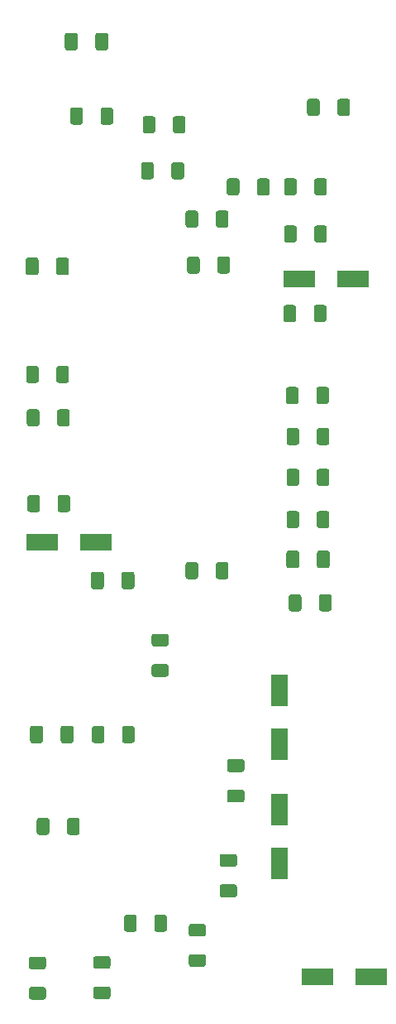
<source format=gbr>
%TF.GenerationSoftware,KiCad,Pcbnew,(5.1.9)-1*%
%TF.CreationDate,2021-08-15T07:19:13+01:00*%
%TF.ProjectId,8x8_Kick_Drum,3878385f-4b69-4636-9b5f-4472756d2e6b,rev?*%
%TF.SameCoordinates,Original*%
%TF.FileFunction,Paste,Top*%
%TF.FilePolarity,Positive*%
%FSLAX46Y46*%
G04 Gerber Fmt 4.6, Leading zero omitted, Abs format (unit mm)*
G04 Created by KiCad (PCBNEW (5.1.9)-1) date 2021-08-15 07:19:13*
%MOMM*%
%LPD*%
G01*
G04 APERTURE LIST*
%ADD10R,3.300000X1.700000*%
%ADD11R,1.700000X3.300000*%
G04 APERTURE END LIST*
%TO.C,R26*%
G36*
G01*
X135138000Y-163053000D02*
X136388000Y-163053000D01*
G75*
G02*
X136638000Y-163303000I0J-250000D01*
G01*
X136638000Y-164103000D01*
G75*
G02*
X136388000Y-164353000I-250000J0D01*
G01*
X135138000Y-164353000D01*
G75*
G02*
X134888000Y-164103000I0J250000D01*
G01*
X134888000Y-163303000D01*
G75*
G02*
X135138000Y-163053000I250000J0D01*
G01*
G37*
G36*
G01*
X135138000Y-159953000D02*
X136388000Y-159953000D01*
G75*
G02*
X136638000Y-160203000I0J-250000D01*
G01*
X136638000Y-161003000D01*
G75*
G02*
X136388000Y-161253000I-250000J0D01*
G01*
X135138000Y-161253000D01*
G75*
G02*
X134888000Y-161003000I0J250000D01*
G01*
X134888000Y-160203000D01*
G75*
G02*
X135138000Y-159953000I250000J0D01*
G01*
G37*
%TD*%
%TO.C,R25*%
G36*
G01*
X144917000Y-159751000D02*
X146167000Y-159751000D01*
G75*
G02*
X146417000Y-160001000I0J-250000D01*
G01*
X146417000Y-160801000D01*
G75*
G02*
X146167000Y-161051000I-250000J0D01*
G01*
X144917000Y-161051000D01*
G75*
G02*
X144667000Y-160801000I0J250000D01*
G01*
X144667000Y-160001000D01*
G75*
G02*
X144917000Y-159751000I250000J0D01*
G01*
G37*
G36*
G01*
X144917000Y-156651000D02*
X146167000Y-156651000D01*
G75*
G02*
X146417000Y-156901000I0J-250000D01*
G01*
X146417000Y-157701000D01*
G75*
G02*
X146167000Y-157951000I-250000J0D01*
G01*
X144917000Y-157951000D01*
G75*
G02*
X144667000Y-157701000I0J250000D01*
G01*
X144667000Y-156901000D01*
G75*
G02*
X144917000Y-156651000I250000J0D01*
G01*
G37*
%TD*%
%TO.C,R24*%
G36*
G01*
X128534000Y-163105000D02*
X129784000Y-163105000D01*
G75*
G02*
X130034000Y-163355000I0J-250000D01*
G01*
X130034000Y-164155000D01*
G75*
G02*
X129784000Y-164405000I-250000J0D01*
G01*
X128534000Y-164405000D01*
G75*
G02*
X128284000Y-164155000I0J250000D01*
G01*
X128284000Y-163355000D01*
G75*
G02*
X128534000Y-163105000I250000J0D01*
G01*
G37*
G36*
G01*
X128534000Y-160005000D02*
X129784000Y-160005000D01*
G75*
G02*
X130034000Y-160255000I0J-250000D01*
G01*
X130034000Y-161055000D01*
G75*
G02*
X129784000Y-161305000I-250000J0D01*
G01*
X128534000Y-161305000D01*
G75*
G02*
X128284000Y-161055000I0J250000D01*
G01*
X128284000Y-160255000D01*
G75*
G02*
X128534000Y-160005000I250000J0D01*
G01*
G37*
%TD*%
%TO.C,R23*%
G36*
G01*
X139334000Y-155966000D02*
X139334000Y-157216000D01*
G75*
G02*
X139084000Y-157466000I-250000J0D01*
G01*
X138284000Y-157466000D01*
G75*
G02*
X138034000Y-157216000I0J250000D01*
G01*
X138034000Y-155966000D01*
G75*
G02*
X138284000Y-155716000I250000J0D01*
G01*
X139084000Y-155716000D01*
G75*
G02*
X139334000Y-155966000I0J-250000D01*
G01*
G37*
G36*
G01*
X142434000Y-155966000D02*
X142434000Y-157216000D01*
G75*
G02*
X142184000Y-157466000I-250000J0D01*
G01*
X141384000Y-157466000D01*
G75*
G02*
X141134000Y-157216000I0J250000D01*
G01*
X141134000Y-155966000D01*
G75*
G02*
X141384000Y-155716000I250000J0D01*
G01*
X142184000Y-155716000D01*
G75*
G02*
X142434000Y-155966000I0J-250000D01*
G01*
G37*
%TD*%
%TO.C,R22*%
G36*
G01*
X132192000Y-147310000D02*
X132192000Y-146060000D01*
G75*
G02*
X132442000Y-145810000I250000J0D01*
G01*
X133242000Y-145810000D01*
G75*
G02*
X133492000Y-146060000I0J-250000D01*
G01*
X133492000Y-147310000D01*
G75*
G02*
X133242000Y-147560000I-250000J0D01*
G01*
X132442000Y-147560000D01*
G75*
G02*
X132192000Y-147310000I0J250000D01*
G01*
G37*
G36*
G01*
X129092000Y-147310000D02*
X129092000Y-146060000D01*
G75*
G02*
X129342000Y-145810000I250000J0D01*
G01*
X130142000Y-145810000D01*
G75*
G02*
X130392000Y-146060000I0J-250000D01*
G01*
X130392000Y-147310000D01*
G75*
G02*
X130142000Y-147560000I-250000J0D01*
G01*
X129342000Y-147560000D01*
G75*
G02*
X129092000Y-147310000I0J250000D01*
G01*
G37*
%TD*%
%TO.C,R21*%
G36*
G01*
X142357000Y-128285000D02*
X141107000Y-128285000D01*
G75*
G02*
X140857000Y-128035000I0J250000D01*
G01*
X140857000Y-127235000D01*
G75*
G02*
X141107000Y-126985000I250000J0D01*
G01*
X142357000Y-126985000D01*
G75*
G02*
X142607000Y-127235000I0J-250000D01*
G01*
X142607000Y-128035000D01*
G75*
G02*
X142357000Y-128285000I-250000J0D01*
G01*
G37*
G36*
G01*
X142357000Y-131385000D02*
X141107000Y-131385000D01*
G75*
G02*
X140857000Y-131135000I0J250000D01*
G01*
X140857000Y-130335000D01*
G75*
G02*
X141107000Y-130085000I250000J0D01*
G01*
X142357000Y-130085000D01*
G75*
G02*
X142607000Y-130335000I0J-250000D01*
G01*
X142607000Y-131135000D01*
G75*
G02*
X142357000Y-131385000I-250000J0D01*
G01*
G37*
%TD*%
%TO.C,R20*%
G36*
G01*
X136032000Y-136662000D02*
X136032000Y-137912000D01*
G75*
G02*
X135782000Y-138162000I-250000J0D01*
G01*
X134982000Y-138162000D01*
G75*
G02*
X134732000Y-137912000I0J250000D01*
G01*
X134732000Y-136662000D01*
G75*
G02*
X134982000Y-136412000I250000J0D01*
G01*
X135782000Y-136412000D01*
G75*
G02*
X136032000Y-136662000I0J-250000D01*
G01*
G37*
G36*
G01*
X139132000Y-136662000D02*
X139132000Y-137912000D01*
G75*
G02*
X138882000Y-138162000I-250000J0D01*
G01*
X138082000Y-138162000D01*
G75*
G02*
X137832000Y-137912000I0J250000D01*
G01*
X137832000Y-136662000D01*
G75*
G02*
X138082000Y-136412000I250000J0D01*
G01*
X138882000Y-136412000D01*
G75*
G02*
X139132000Y-136662000I0J-250000D01*
G01*
G37*
%TD*%
%TO.C,R19*%
G36*
G01*
X133821000Y-73416000D02*
X133821000Y-74666000D01*
G75*
G02*
X133571000Y-74916000I-250000J0D01*
G01*
X132771000Y-74916000D01*
G75*
G02*
X132521000Y-74666000I0J250000D01*
G01*
X132521000Y-73416000D01*
G75*
G02*
X132771000Y-73166000I250000J0D01*
G01*
X133571000Y-73166000D01*
G75*
G02*
X133821000Y-73416000I0J-250000D01*
G01*
G37*
G36*
G01*
X136921000Y-73416000D02*
X136921000Y-74666000D01*
G75*
G02*
X136671000Y-74916000I-250000J0D01*
G01*
X135871000Y-74916000D01*
G75*
G02*
X135621000Y-74666000I0J250000D01*
G01*
X135621000Y-73416000D01*
G75*
G02*
X135871000Y-73166000I250000J0D01*
G01*
X136671000Y-73166000D01*
G75*
G02*
X136921000Y-73416000I0J-250000D01*
G01*
G37*
%TD*%
%TO.C,R18*%
G36*
G01*
X145785000Y-88656000D02*
X145785000Y-89906000D01*
G75*
G02*
X145535000Y-90156000I-250000J0D01*
G01*
X144735000Y-90156000D01*
G75*
G02*
X144485000Y-89906000I0J250000D01*
G01*
X144485000Y-88656000D01*
G75*
G02*
X144735000Y-88406000I250000J0D01*
G01*
X145535000Y-88406000D01*
G75*
G02*
X145785000Y-88656000I0J-250000D01*
G01*
G37*
G36*
G01*
X148885000Y-88656000D02*
X148885000Y-89906000D01*
G75*
G02*
X148635000Y-90156000I-250000J0D01*
G01*
X147835000Y-90156000D01*
G75*
G02*
X147585000Y-89906000I0J250000D01*
G01*
X147585000Y-88656000D01*
G75*
G02*
X147835000Y-88406000I250000J0D01*
G01*
X148635000Y-88406000D01*
G75*
G02*
X148885000Y-88656000I0J-250000D01*
G01*
G37*
%TD*%
%TO.C,R17*%
G36*
G01*
X159878000Y-73777000D02*
X159878000Y-72527000D01*
G75*
G02*
X160128000Y-72277000I250000J0D01*
G01*
X160928000Y-72277000D01*
G75*
G02*
X161178000Y-72527000I0J-250000D01*
G01*
X161178000Y-73777000D01*
G75*
G02*
X160928000Y-74027000I-250000J0D01*
G01*
X160128000Y-74027000D01*
G75*
G02*
X159878000Y-73777000I0J250000D01*
G01*
G37*
G36*
G01*
X156778000Y-73777000D02*
X156778000Y-72527000D01*
G75*
G02*
X157028000Y-72277000I250000J0D01*
G01*
X157828000Y-72277000D01*
G75*
G02*
X158078000Y-72527000I0J-250000D01*
G01*
X158078000Y-73777000D01*
G75*
G02*
X157828000Y-74027000I-250000J0D01*
G01*
X157028000Y-74027000D01*
G75*
G02*
X156778000Y-73777000I0J250000D01*
G01*
G37*
%TD*%
%TO.C,R16*%
G36*
G01*
X141086000Y-79004000D02*
X141086000Y-80254000D01*
G75*
G02*
X140836000Y-80504000I-250000J0D01*
G01*
X140036000Y-80504000D01*
G75*
G02*
X139786000Y-80254000I0J250000D01*
G01*
X139786000Y-79004000D01*
G75*
G02*
X140036000Y-78754000I250000J0D01*
G01*
X140836000Y-78754000D01*
G75*
G02*
X141086000Y-79004000I0J-250000D01*
G01*
G37*
G36*
G01*
X144186000Y-79004000D02*
X144186000Y-80254000D01*
G75*
G02*
X143936000Y-80504000I-250000J0D01*
G01*
X143136000Y-80504000D01*
G75*
G02*
X142886000Y-80254000I0J250000D01*
G01*
X142886000Y-79004000D01*
G75*
G02*
X143136000Y-78754000I250000J0D01*
G01*
X143936000Y-78754000D01*
G75*
G02*
X144186000Y-79004000I0J-250000D01*
G01*
G37*
%TD*%
%TO.C,R15*%
G36*
G01*
X145632000Y-83957000D02*
X145632000Y-85207000D01*
G75*
G02*
X145382000Y-85457000I-250000J0D01*
G01*
X144582000Y-85457000D01*
G75*
G02*
X144332000Y-85207000I0J250000D01*
G01*
X144332000Y-83957000D01*
G75*
G02*
X144582000Y-83707000I250000J0D01*
G01*
X145382000Y-83707000D01*
G75*
G02*
X145632000Y-83957000I0J-250000D01*
G01*
G37*
G36*
G01*
X148732000Y-83957000D02*
X148732000Y-85207000D01*
G75*
G02*
X148482000Y-85457000I-250000J0D01*
G01*
X147682000Y-85457000D01*
G75*
G02*
X147432000Y-85207000I0J250000D01*
G01*
X147432000Y-83957000D01*
G75*
G02*
X147682000Y-83707000I250000J0D01*
G01*
X148482000Y-83707000D01*
G75*
G02*
X148732000Y-83957000I0J-250000D01*
G01*
G37*
%TD*%
%TO.C,R14*%
G36*
G01*
X157517000Y-81905000D02*
X157517000Y-80655000D01*
G75*
G02*
X157767000Y-80405000I250000J0D01*
G01*
X158567000Y-80405000D01*
G75*
G02*
X158817000Y-80655000I0J-250000D01*
G01*
X158817000Y-81905000D01*
G75*
G02*
X158567000Y-82155000I-250000J0D01*
G01*
X157767000Y-82155000D01*
G75*
G02*
X157517000Y-81905000I0J250000D01*
G01*
G37*
G36*
G01*
X154417000Y-81905000D02*
X154417000Y-80655000D01*
G75*
G02*
X154667000Y-80405000I250000J0D01*
G01*
X155467000Y-80405000D01*
G75*
G02*
X155717000Y-80655000I0J-250000D01*
G01*
X155717000Y-81905000D01*
G75*
G02*
X155467000Y-82155000I-250000J0D01*
G01*
X154667000Y-82155000D01*
G75*
G02*
X154417000Y-81905000I0J250000D01*
G01*
G37*
%TD*%
%TO.C,R13*%
G36*
G01*
X129428000Y-113040000D02*
X129428000Y-114290000D01*
G75*
G02*
X129178000Y-114540000I-250000J0D01*
G01*
X128378000Y-114540000D01*
G75*
G02*
X128128000Y-114290000I0J250000D01*
G01*
X128128000Y-113040000D01*
G75*
G02*
X128378000Y-112790000I250000J0D01*
G01*
X129178000Y-112790000D01*
G75*
G02*
X129428000Y-113040000I0J-250000D01*
G01*
G37*
G36*
G01*
X132528000Y-113040000D02*
X132528000Y-114290000D01*
G75*
G02*
X132278000Y-114540000I-250000J0D01*
G01*
X131478000Y-114540000D01*
G75*
G02*
X131228000Y-114290000I0J250000D01*
G01*
X131228000Y-113040000D01*
G75*
G02*
X131478000Y-112790000I250000J0D01*
G01*
X132278000Y-112790000D01*
G75*
G02*
X132528000Y-113040000I0J-250000D01*
G01*
G37*
%TD*%
%TO.C,R12*%
G36*
G01*
X157719000Y-103241000D02*
X157719000Y-101991000D01*
G75*
G02*
X157969000Y-101741000I250000J0D01*
G01*
X158769000Y-101741000D01*
G75*
G02*
X159019000Y-101991000I0J-250000D01*
G01*
X159019000Y-103241000D01*
G75*
G02*
X158769000Y-103491000I-250000J0D01*
G01*
X157969000Y-103491000D01*
G75*
G02*
X157719000Y-103241000I0J250000D01*
G01*
G37*
G36*
G01*
X154619000Y-103241000D02*
X154619000Y-101991000D01*
G75*
G02*
X154869000Y-101741000I250000J0D01*
G01*
X155669000Y-101741000D01*
G75*
G02*
X155919000Y-101991000I0J-250000D01*
G01*
X155919000Y-103241000D01*
G75*
G02*
X155669000Y-103491000I-250000J0D01*
G01*
X154869000Y-103491000D01*
G75*
G02*
X154619000Y-103241000I0J250000D01*
G01*
G37*
%TD*%
%TO.C,R11*%
G36*
G01*
X155717000Y-85481000D02*
X155717000Y-86731000D01*
G75*
G02*
X155467000Y-86981000I-250000J0D01*
G01*
X154667000Y-86981000D01*
G75*
G02*
X154417000Y-86731000I0J250000D01*
G01*
X154417000Y-85481000D01*
G75*
G02*
X154667000Y-85231000I250000J0D01*
G01*
X155467000Y-85231000D01*
G75*
G02*
X155717000Y-85481000I0J-250000D01*
G01*
G37*
G36*
G01*
X158817000Y-85481000D02*
X158817000Y-86731000D01*
G75*
G02*
X158567000Y-86981000I-250000J0D01*
G01*
X157767000Y-86981000D01*
G75*
G02*
X157517000Y-86731000I0J250000D01*
G01*
X157517000Y-85481000D01*
G75*
G02*
X157767000Y-85231000I250000J0D01*
G01*
X158567000Y-85231000D01*
G75*
G02*
X158817000Y-85481000I0J-250000D01*
G01*
G37*
%TD*%
%TO.C,R10*%
G36*
G01*
X155665000Y-93609000D02*
X155665000Y-94859000D01*
G75*
G02*
X155415000Y-95109000I-250000J0D01*
G01*
X154615000Y-95109000D01*
G75*
G02*
X154365000Y-94859000I0J250000D01*
G01*
X154365000Y-93609000D01*
G75*
G02*
X154615000Y-93359000I250000J0D01*
G01*
X155415000Y-93359000D01*
G75*
G02*
X155665000Y-93609000I0J-250000D01*
G01*
G37*
G36*
G01*
X158765000Y-93609000D02*
X158765000Y-94859000D01*
G75*
G02*
X158515000Y-95109000I-250000J0D01*
G01*
X157715000Y-95109000D01*
G75*
G02*
X157465000Y-94859000I0J250000D01*
G01*
X157465000Y-93609000D01*
G75*
G02*
X157715000Y-93359000I250000J0D01*
G01*
X158515000Y-93359000D01*
G75*
G02*
X158765000Y-93609000I0J-250000D01*
G01*
G37*
%TD*%
%TO.C,R9*%
G36*
G01*
X131176000Y-105527000D02*
X131176000Y-104277000D01*
G75*
G02*
X131426000Y-104027000I250000J0D01*
G01*
X132226000Y-104027000D01*
G75*
G02*
X132476000Y-104277000I0J-250000D01*
G01*
X132476000Y-105527000D01*
G75*
G02*
X132226000Y-105777000I-250000J0D01*
G01*
X131426000Y-105777000D01*
G75*
G02*
X131176000Y-105527000I0J250000D01*
G01*
G37*
G36*
G01*
X128076000Y-105527000D02*
X128076000Y-104277000D01*
G75*
G02*
X128326000Y-104027000I250000J0D01*
G01*
X129126000Y-104027000D01*
G75*
G02*
X129376000Y-104277000I0J-250000D01*
G01*
X129376000Y-105527000D01*
G75*
G02*
X129126000Y-105777000I-250000J0D01*
G01*
X128326000Y-105777000D01*
G75*
G02*
X128076000Y-105527000I0J250000D01*
G01*
G37*
%TD*%
%TO.C,R8*%
G36*
G01*
X157771000Y-111623000D02*
X157771000Y-110373000D01*
G75*
G02*
X158021000Y-110123000I250000J0D01*
G01*
X158821000Y-110123000D01*
G75*
G02*
X159071000Y-110373000I0J-250000D01*
G01*
X159071000Y-111623000D01*
G75*
G02*
X158821000Y-111873000I-250000J0D01*
G01*
X158021000Y-111873000D01*
G75*
G02*
X157771000Y-111623000I0J250000D01*
G01*
G37*
G36*
G01*
X154671000Y-111623000D02*
X154671000Y-110373000D01*
G75*
G02*
X154921000Y-110123000I250000J0D01*
G01*
X155721000Y-110123000D01*
G75*
G02*
X155971000Y-110373000I0J-250000D01*
G01*
X155971000Y-111623000D01*
G75*
G02*
X155721000Y-111873000I-250000J0D01*
G01*
X154921000Y-111873000D01*
G75*
G02*
X154671000Y-111623000I0J250000D01*
G01*
G37*
%TD*%
%TO.C,R7*%
G36*
G01*
X155971000Y-106182000D02*
X155971000Y-107432000D01*
G75*
G02*
X155721000Y-107682000I-250000J0D01*
G01*
X154921000Y-107682000D01*
G75*
G02*
X154671000Y-107432000I0J250000D01*
G01*
X154671000Y-106182000D01*
G75*
G02*
X154921000Y-105932000I250000J0D01*
G01*
X155721000Y-105932000D01*
G75*
G02*
X155971000Y-106182000I0J-250000D01*
G01*
G37*
G36*
G01*
X159071000Y-106182000D02*
X159071000Y-107432000D01*
G75*
G02*
X158821000Y-107682000I-250000J0D01*
G01*
X158021000Y-107682000D01*
G75*
G02*
X157771000Y-107432000I0J250000D01*
G01*
X157771000Y-106182000D01*
G75*
G02*
X158021000Y-105932000I250000J0D01*
G01*
X158821000Y-105932000D01*
G75*
G02*
X159071000Y-106182000I0J-250000D01*
G01*
G37*
%TD*%
%TO.C,R6*%
G36*
G01*
X131101000Y-101082000D02*
X131101000Y-99832000D01*
G75*
G02*
X131351000Y-99582000I250000J0D01*
G01*
X132151000Y-99582000D01*
G75*
G02*
X132401000Y-99832000I0J-250000D01*
G01*
X132401000Y-101082000D01*
G75*
G02*
X132151000Y-101332000I-250000J0D01*
G01*
X131351000Y-101332000D01*
G75*
G02*
X131101000Y-101082000I0J250000D01*
G01*
G37*
G36*
G01*
X128001000Y-101082000D02*
X128001000Y-99832000D01*
G75*
G02*
X128251000Y-99582000I250000J0D01*
G01*
X129051000Y-99582000D01*
G75*
G02*
X129301000Y-99832000I0J-250000D01*
G01*
X129301000Y-101082000D01*
G75*
G02*
X129051000Y-101332000I-250000J0D01*
G01*
X128251000Y-101332000D01*
G75*
G02*
X128001000Y-101082000I0J250000D01*
G01*
G37*
%TD*%
%TO.C,R5*%
G36*
G01*
X157999000Y-124450000D02*
X157999000Y-123200000D01*
G75*
G02*
X158249000Y-122950000I250000J0D01*
G01*
X159049000Y-122950000D01*
G75*
G02*
X159299000Y-123200000I0J-250000D01*
G01*
X159299000Y-124450000D01*
G75*
G02*
X159049000Y-124700000I-250000J0D01*
G01*
X158249000Y-124700000D01*
G75*
G02*
X157999000Y-124450000I0J250000D01*
G01*
G37*
G36*
G01*
X154899000Y-124450000D02*
X154899000Y-123200000D01*
G75*
G02*
X155149000Y-122950000I250000J0D01*
G01*
X155949000Y-122950000D01*
G75*
G02*
X156199000Y-123200000I0J-250000D01*
G01*
X156199000Y-124450000D01*
G75*
G02*
X155949000Y-124700000I-250000J0D01*
G01*
X155149000Y-124700000D01*
G75*
G02*
X154899000Y-124450000I0J250000D01*
G01*
G37*
%TD*%
%TO.C,R4*%
G36*
G01*
X157771000Y-115941000D02*
X157771000Y-114691000D01*
G75*
G02*
X158021000Y-114441000I250000J0D01*
G01*
X158821000Y-114441000D01*
G75*
G02*
X159071000Y-114691000I0J-250000D01*
G01*
X159071000Y-115941000D01*
G75*
G02*
X158821000Y-116191000I-250000J0D01*
G01*
X158021000Y-116191000D01*
G75*
G02*
X157771000Y-115941000I0J250000D01*
G01*
G37*
G36*
G01*
X154671000Y-115941000D02*
X154671000Y-114691000D01*
G75*
G02*
X154921000Y-114441000I250000J0D01*
G01*
X155721000Y-114441000D01*
G75*
G02*
X155971000Y-114691000I0J-250000D01*
G01*
X155971000Y-115941000D01*
G75*
G02*
X155721000Y-116191000I-250000J0D01*
G01*
X154921000Y-116191000D01*
G75*
G02*
X154671000Y-115941000I0J250000D01*
G01*
G37*
%TD*%
%TO.C,R3*%
G36*
G01*
X143039000Y-75555000D02*
X143039000Y-74305000D01*
G75*
G02*
X143289000Y-74055000I250000J0D01*
G01*
X144089000Y-74055000D01*
G75*
G02*
X144339000Y-74305000I0J-250000D01*
G01*
X144339000Y-75555000D01*
G75*
G02*
X144089000Y-75805000I-250000J0D01*
G01*
X143289000Y-75805000D01*
G75*
G02*
X143039000Y-75555000I0J250000D01*
G01*
G37*
G36*
G01*
X139939000Y-75555000D02*
X139939000Y-74305000D01*
G75*
G02*
X140189000Y-74055000I250000J0D01*
G01*
X140989000Y-74055000D01*
G75*
G02*
X141239000Y-74305000I0J-250000D01*
G01*
X141239000Y-75555000D01*
G75*
G02*
X140989000Y-75805000I-250000J0D01*
G01*
X140189000Y-75805000D01*
G75*
G02*
X139939000Y-75555000I0J250000D01*
G01*
G37*
%TD*%
%TO.C,R2*%
G36*
G01*
X151649000Y-81905000D02*
X151649000Y-80655000D01*
G75*
G02*
X151899000Y-80405000I250000J0D01*
G01*
X152699000Y-80405000D01*
G75*
G02*
X152949000Y-80655000I0J-250000D01*
G01*
X152949000Y-81905000D01*
G75*
G02*
X152699000Y-82155000I-250000J0D01*
G01*
X151899000Y-82155000D01*
G75*
G02*
X151649000Y-81905000I0J250000D01*
G01*
G37*
G36*
G01*
X148549000Y-81905000D02*
X148549000Y-80655000D01*
G75*
G02*
X148799000Y-80405000I250000J0D01*
G01*
X149599000Y-80405000D01*
G75*
G02*
X149849000Y-80655000I0J-250000D01*
G01*
X149849000Y-81905000D01*
G75*
G02*
X149599000Y-82155000I-250000J0D01*
G01*
X148799000Y-82155000D01*
G75*
G02*
X148549000Y-81905000I0J250000D01*
G01*
G37*
%TD*%
%TO.C,R1*%
G36*
G01*
X145632000Y-119898000D02*
X145632000Y-121148000D01*
G75*
G02*
X145382000Y-121398000I-250000J0D01*
G01*
X144582000Y-121398000D01*
G75*
G02*
X144332000Y-121148000I0J250000D01*
G01*
X144332000Y-119898000D01*
G75*
G02*
X144582000Y-119648000I250000J0D01*
G01*
X145382000Y-119648000D01*
G75*
G02*
X145632000Y-119898000I0J-250000D01*
G01*
G37*
G36*
G01*
X148732000Y-119898000D02*
X148732000Y-121148000D01*
G75*
G02*
X148482000Y-121398000I-250000J0D01*
G01*
X147682000Y-121398000D01*
G75*
G02*
X147432000Y-121148000I0J250000D01*
G01*
X147432000Y-119898000D01*
G75*
G02*
X147682000Y-119648000I250000J0D01*
G01*
X148482000Y-119648000D01*
G75*
G02*
X148732000Y-119898000I0J-250000D01*
G01*
G37*
%TD*%
D10*
%TO.C,D5*%
X161456000Y-90678000D03*
X155956000Y-90678000D03*
%TD*%
%TO.C,D4*%
X129628000Y-117602000D03*
X135128000Y-117602000D03*
%TD*%
D11*
%TO.C,D3*%
X153924000Y-150451000D03*
X153924000Y-144951000D03*
%TD*%
%TO.C,D2*%
X153924000Y-132759000D03*
X153924000Y-138259000D03*
%TD*%
D10*
%TO.C,D1*%
X163322000Y-162052000D03*
X157822000Y-162052000D03*
%TD*%
%TO.C,C16*%
G36*
G01*
X129744000Y-136636999D02*
X129744000Y-137937001D01*
G75*
G02*
X129494001Y-138187000I-249999J0D01*
G01*
X128668999Y-138187000D01*
G75*
G02*
X128419000Y-137937001I0J249999D01*
G01*
X128419000Y-136636999D01*
G75*
G02*
X128668999Y-136387000I249999J0D01*
G01*
X129494001Y-136387000D01*
G75*
G02*
X129744000Y-136636999I0J-249999D01*
G01*
G37*
G36*
G01*
X132869000Y-136636999D02*
X132869000Y-137937001D01*
G75*
G02*
X132619001Y-138187000I-249999J0D01*
G01*
X131793999Y-138187000D01*
G75*
G02*
X131544000Y-137937001I0J249999D01*
G01*
X131544000Y-136636999D01*
G75*
G02*
X131793999Y-136387000I249999J0D01*
G01*
X132619001Y-136387000D01*
G75*
G02*
X132869000Y-136636999I0J-249999D01*
G01*
G37*
%TD*%
%TO.C,C15*%
G36*
G01*
X135968000Y-120888999D02*
X135968000Y-122189001D01*
G75*
G02*
X135718001Y-122439000I-249999J0D01*
G01*
X134892999Y-122439000D01*
G75*
G02*
X134643000Y-122189001I0J249999D01*
G01*
X134643000Y-120888999D01*
G75*
G02*
X134892999Y-120639000I249999J0D01*
G01*
X135718001Y-120639000D01*
G75*
G02*
X135968000Y-120888999I0J-249999D01*
G01*
G37*
G36*
G01*
X139093000Y-120888999D02*
X139093000Y-122189001D01*
G75*
G02*
X138843001Y-122439000I-249999J0D01*
G01*
X138017999Y-122439000D01*
G75*
G02*
X137768000Y-122189001I0J249999D01*
G01*
X137768000Y-120888999D01*
G75*
G02*
X138017999Y-120639000I249999J0D01*
G01*
X138843001Y-120639000D01*
G75*
G02*
X139093000Y-120888999I0J-249999D01*
G01*
G37*
%TD*%
%TO.C,C11*%
G36*
G01*
X133300000Y-65770999D02*
X133300000Y-67071001D01*
G75*
G02*
X133050001Y-67321000I-249999J0D01*
G01*
X132224999Y-67321000D01*
G75*
G02*
X131975000Y-67071001I0J249999D01*
G01*
X131975000Y-65770999D01*
G75*
G02*
X132224999Y-65521000I249999J0D01*
G01*
X133050001Y-65521000D01*
G75*
G02*
X133300000Y-65770999I0J-249999D01*
G01*
G37*
G36*
G01*
X136425000Y-65770999D02*
X136425000Y-67071001D01*
G75*
G02*
X136175001Y-67321000I-249999J0D01*
G01*
X135349999Y-67321000D01*
G75*
G02*
X135100000Y-67071001I0J249999D01*
G01*
X135100000Y-65770999D01*
G75*
G02*
X135349999Y-65521000I249999J0D01*
G01*
X136175001Y-65521000D01*
G75*
G02*
X136425000Y-65770999I0J-249999D01*
G01*
G37*
%TD*%
%TO.C,C6*%
G36*
G01*
X149367001Y-150826000D02*
X148066999Y-150826000D01*
G75*
G02*
X147817000Y-150576001I0J249999D01*
G01*
X147817000Y-149750999D01*
G75*
G02*
X148066999Y-149501000I249999J0D01*
G01*
X149367001Y-149501000D01*
G75*
G02*
X149617000Y-149750999I0J-249999D01*
G01*
X149617000Y-150576001D01*
G75*
G02*
X149367001Y-150826000I-249999J0D01*
G01*
G37*
G36*
G01*
X149367001Y-153951000D02*
X148066999Y-153951000D01*
G75*
G02*
X147817000Y-153701001I0J249999D01*
G01*
X147817000Y-152875999D01*
G75*
G02*
X148066999Y-152626000I249999J0D01*
G01*
X149367001Y-152626000D01*
G75*
G02*
X149617000Y-152875999I0J-249999D01*
G01*
X149617000Y-153701001D01*
G75*
G02*
X149367001Y-153951000I-249999J0D01*
G01*
G37*
%TD*%
%TO.C,C5*%
G36*
G01*
X150129001Y-141124000D02*
X148828999Y-141124000D01*
G75*
G02*
X148579000Y-140874001I0J249999D01*
G01*
X148579000Y-140048999D01*
G75*
G02*
X148828999Y-139799000I249999J0D01*
G01*
X150129001Y-139799000D01*
G75*
G02*
X150379000Y-140048999I0J-249999D01*
G01*
X150379000Y-140874001D01*
G75*
G02*
X150129001Y-141124000I-249999J0D01*
G01*
G37*
G36*
G01*
X150129001Y-144249000D02*
X148828999Y-144249000D01*
G75*
G02*
X148579000Y-143999001I0J249999D01*
G01*
X148579000Y-143173999D01*
G75*
G02*
X148828999Y-142924000I249999J0D01*
G01*
X150129001Y-142924000D01*
G75*
G02*
X150379000Y-143173999I0J-249999D01*
G01*
X150379000Y-143999001D01*
G75*
G02*
X150129001Y-144249000I-249999J0D01*
G01*
G37*
%TD*%
%TO.C,C4*%
G36*
G01*
X131075000Y-90058001D02*
X131075000Y-88757999D01*
G75*
G02*
X131324999Y-88508000I249999J0D01*
G01*
X132150001Y-88508000D01*
G75*
G02*
X132400000Y-88757999I0J-249999D01*
G01*
X132400000Y-90058001D01*
G75*
G02*
X132150001Y-90308000I-249999J0D01*
G01*
X131324999Y-90308000D01*
G75*
G02*
X131075000Y-90058001I0J249999D01*
G01*
G37*
G36*
G01*
X127950000Y-90058001D02*
X127950000Y-88757999D01*
G75*
G02*
X128199999Y-88508000I249999J0D01*
G01*
X129025001Y-88508000D01*
G75*
G02*
X129275000Y-88757999I0J-249999D01*
G01*
X129275000Y-90058001D01*
G75*
G02*
X129025001Y-90308000I-249999J0D01*
G01*
X128199999Y-90308000D01*
G75*
G02*
X127950000Y-90058001I0J249999D01*
G01*
G37*
%TD*%
%TO.C,C1*%
G36*
G01*
X155984000Y-118729999D02*
X155984000Y-120030001D01*
G75*
G02*
X155734001Y-120280000I-249999J0D01*
G01*
X154908999Y-120280000D01*
G75*
G02*
X154659000Y-120030001I0J249999D01*
G01*
X154659000Y-118729999D01*
G75*
G02*
X154908999Y-118480000I249999J0D01*
G01*
X155734001Y-118480000D01*
G75*
G02*
X155984000Y-118729999I0J-249999D01*
G01*
G37*
G36*
G01*
X159109000Y-118729999D02*
X159109000Y-120030001D01*
G75*
G02*
X158859001Y-120280000I-249999J0D01*
G01*
X158033999Y-120280000D01*
G75*
G02*
X157784000Y-120030001I0J249999D01*
G01*
X157784000Y-118729999D01*
G75*
G02*
X158033999Y-118480000I249999J0D01*
G01*
X158859001Y-118480000D01*
G75*
G02*
X159109000Y-118729999I0J-249999D01*
G01*
G37*
%TD*%
M02*

</source>
